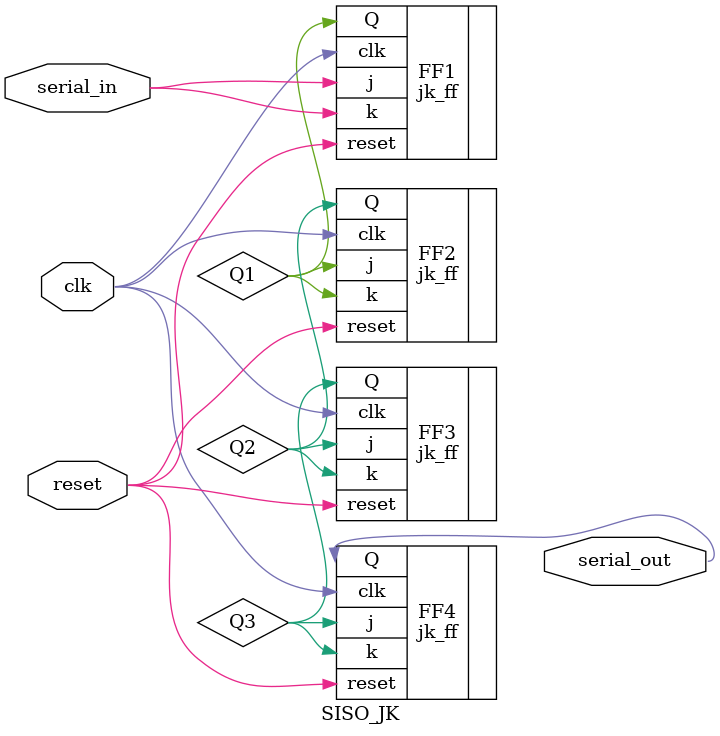
<source format=v>
`timescale 1ns / 1ps


module SISO_JK(
    input serial_in, clk, reset,
    output serial_out
);
    wire Q1, Q2, Q3;

    // Instantiate JK flip-flops in series
    jk_ff FF1(.j(serial_in), .k(serial_in), .clk(clk), .reset(reset), .Q(Q1));
    jk_ff FF2(.j(Q1), .k(Q1), .clk(clk), .reset(reset), .Q(Q2));
    jk_ff FF3(.j(Q2), .k(Q2), .clk(clk), .reset(reset), .Q(Q3));
    jk_ff FF4(.j(Q3), .k(Q3), .clk(clk), .reset(reset), .Q(serial_out));

endmodule

</source>
